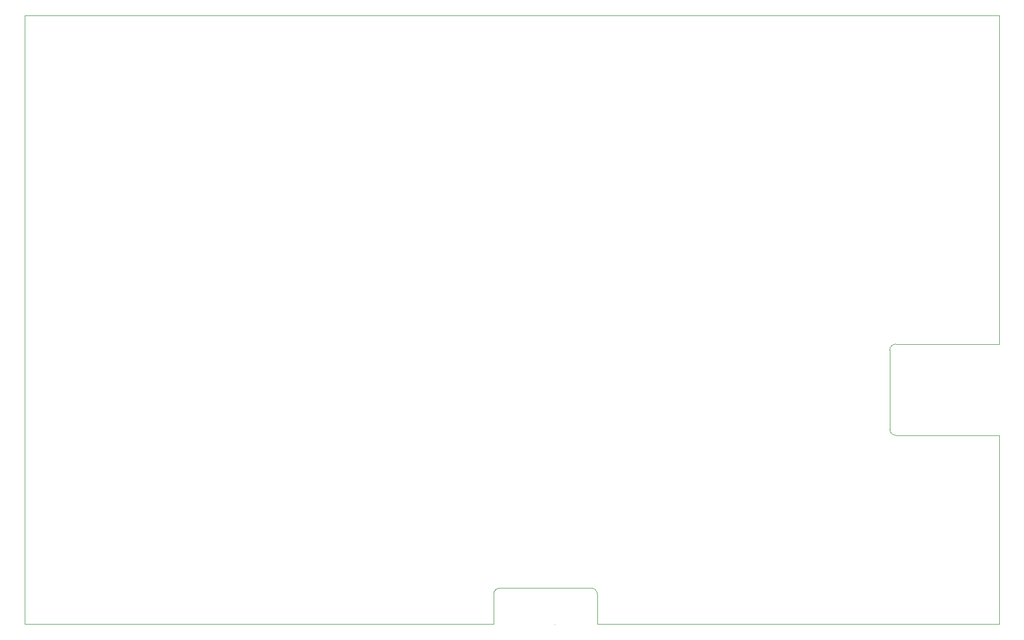
<source format=gbr>
%TF.GenerationSoftware,KiCad,Pcbnew,(5.1.9)-1*%
%TF.CreationDate,2021-09-18T16:00:30+02:00*%
%TF.ProjectId,DDS_mount,4444535f-6d6f-4756-9e74-2e6b69636164,1.1*%
%TF.SameCoordinates,Original*%
%TF.FileFunction,Profile,NP*%
%FSLAX46Y46*%
G04 Gerber Fmt 4.6, Leading zero omitted, Abs format (unit mm)*
G04 Created by KiCad (PCBNEW (5.1.9)-1) date 2021-09-18 16:00:30*
%MOMM*%
%LPD*%
G01*
G04 APERTURE LIST*
%TA.AperFunction,Profile*%
%ADD10C,0.050000*%
%TD*%
G04 APERTURE END LIST*
D10*
X210000000Y-150000000D02*
X144000000Y-150000000D01*
X210000000Y-50000000D02*
X210000000Y-104000000D01*
X192000000Y-105000000D02*
G75*
G02*
X193000000Y-104000000I1000000J0D01*
G01*
X193000000Y-119000000D02*
G75*
G02*
X192000000Y-118000000I0J1000000D01*
G01*
X210000000Y-119000000D02*
X210000000Y-150000000D01*
X193000000Y-119000000D02*
X210000000Y-119000000D01*
X192000000Y-105000000D02*
X192000000Y-118000000D01*
X210000000Y-104000000D02*
X193000000Y-104000000D01*
X127000000Y-145100000D02*
G75*
G02*
X128000000Y-144100000I1000000J0D01*
G01*
X143000000Y-144100000D02*
G75*
G02*
X144000000Y-145100000I0J-1000000D01*
G01*
X144000000Y-145100000D02*
X144000000Y-150000000D01*
X128000000Y-144100000D02*
X143000000Y-144100000D01*
X127000000Y-150000000D02*
X50000000Y-150000000D01*
X137000000Y-150100000D02*
X137000000Y-150100000D01*
X127000000Y-145100000D02*
X127000000Y-150000000D01*
X50000000Y-150000000D02*
X50000000Y-50000000D01*
X50000000Y-50000000D02*
X210000000Y-50000000D01*
M02*

</source>
